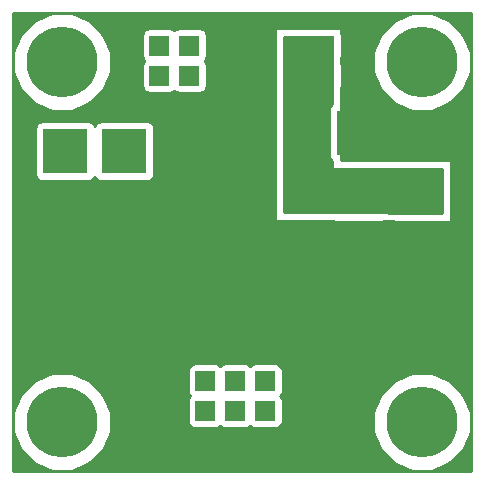
<source format=gbr>
G04 #@! TF.FileFunction,Copper,L1,Top,Signal*
%FSLAX46Y46*%
G04 Gerber Fmt 4.6, Leading zero omitted, Abs format (unit mm)*
G04 Created by KiCad (PCBNEW 0.201412101631+5319~19~ubuntu14.04.1-product) date St 10. prosinec 2014, 23:05:16 CET*
%MOMM*%
G01*
G04 APERTURE LIST*
%ADD10C,0.100000*%
%ADD11R,1.651000X1.651000*%
%ADD12C,6.000000*%
%ADD13R,3.810000X3.810000*%
%ADD14C,0.889000*%
%ADD15C,0.254000*%
%ADD16C,0.300000*%
G04 APERTURE END LIST*
D10*
D11*
X15875000Y34417000D03*
X15875000Y36957000D03*
X10795000Y34417000D03*
X13335000Y34417000D03*
X18415000Y34417000D03*
X18415000Y36957000D03*
X13335000Y36957000D03*
X10795000Y36957000D03*
X22288500Y6032500D03*
X22288500Y8572500D03*
X19748500Y6032500D03*
X19748500Y8572500D03*
X17208500Y6032500D03*
X17208500Y8572500D03*
X24765000Y36957000D03*
X24765000Y34417000D03*
X29845000Y36957000D03*
X27305000Y36957000D03*
X22225000Y36957000D03*
X22225000Y34417000D03*
X27305000Y34417000D03*
X29845000Y34417000D03*
D12*
X35560000Y5080000D03*
X5080000Y35560000D03*
X5080000Y5080000D03*
X35560000Y35560000D03*
D13*
X35226000Y29591000D03*
X30226000Y29591000D03*
X35226000Y24574500D03*
X30226000Y24574500D03*
X5350500Y28003500D03*
X10350500Y28003500D03*
X5350500Y22987000D03*
X10350500Y22987000D03*
D14*
X20650200Y13563600D03*
X19253200Y13665200D03*
X20701000Y15316200D03*
X19202400Y15265400D03*
X20701000Y16789400D03*
X19151600Y16789400D03*
X32512000Y10668000D03*
X28244800Y10490200D03*
X28041600Y3860800D03*
X25834999Y3922050D03*
X23693341Y2338341D03*
X21056600Y2032000D03*
X18415000Y2006600D03*
X14909800Y2032000D03*
X14859000Y4622800D03*
X12852400Y4521200D03*
X11150600Y2971800D03*
X9753600Y8610600D03*
X9398000Y17399000D03*
X11176000Y18288000D03*
X10922000Y20066000D03*
X13970000Y20828000D03*
X15748000Y20320000D03*
X16256000Y22606000D03*
X16510000Y24892000D03*
X13716000Y23368000D03*
X13716000Y25146000D03*
X18796000Y28448000D03*
X21844000Y28702000D03*
X18084800Y10388600D03*
X11049000Y8153400D03*
X14173200Y8077200D03*
X24219424Y9765668D03*
X25450800Y10210800D03*
X25476200Y11607800D03*
D15*
X19253200Y13665200D02*
X20548600Y13665200D01*
X20548600Y13665200D02*
X20650200Y13563600D01*
X19202400Y15265400D02*
X20650200Y15265400D01*
X20650200Y15265400D02*
X20701000Y15316200D01*
X19151600Y16789400D02*
X20701000Y16789400D01*
X28244800Y10490200D02*
X32334200Y10490200D01*
X32334200Y10490200D02*
X32512000Y10668000D01*
X25834999Y3922050D02*
X27980350Y3922050D01*
X27980350Y3922050D02*
X28041600Y3860800D01*
X23693341Y2338341D02*
X25277050Y3922050D01*
X25277050Y3922050D02*
X25834999Y3922050D01*
X18415000Y2006600D02*
X21031200Y2006600D01*
X21031200Y2006600D02*
X21056600Y2032000D01*
X14859000Y4622800D02*
X14859000Y2082800D01*
X14859000Y2082800D02*
X14909800Y2032000D01*
X11150600Y2971800D02*
X11303000Y2971800D01*
X11303000Y2971800D02*
X12852400Y4521200D01*
D16*
X9398000Y8966200D02*
X9753600Y8610600D01*
X9398000Y17399000D02*
X9398000Y8966200D01*
D15*
X11176000Y19812000D02*
X10922000Y20066000D01*
X11176000Y18288000D02*
X11176000Y19812000D01*
X15240000Y20828000D02*
X15748000Y20320000D01*
X13970000Y20828000D02*
X15240000Y20828000D01*
X16256000Y24638000D02*
X16510000Y24892000D01*
X16256000Y22606000D02*
X16256000Y24638000D01*
X13716000Y23368000D02*
X13716000Y25146000D01*
X21590000Y28448000D02*
X21844000Y28702000D01*
X18796000Y28448000D02*
X21590000Y28448000D01*
X14097000Y8153400D02*
X14173200Y8077200D01*
X11049000Y8153400D02*
X14097000Y8153400D01*
X25450800Y11582400D02*
X25476200Y11607800D01*
X25450800Y10210800D02*
X25450800Y11582400D01*
G36*
X37274500Y22797367D02*
X28067432Y22860000D01*
X23876000Y22860000D01*
X23876000Y37719000D01*
X27940000Y37719000D01*
X27940000Y32005236D01*
X27866073Y31956673D01*
X27723623Y31745640D01*
X27673560Y31496000D01*
X27673560Y27686000D01*
X27720537Y27443877D01*
X27860327Y27231073D01*
X27940000Y27177293D01*
X27940000Y26543000D01*
X37274500Y26543000D01*
X37274500Y22797367D01*
X37274500Y22797367D01*
G37*
X37274500Y22797367D02*
X28067432Y22860000D01*
X23876000Y22860000D01*
X23876000Y37719000D01*
X27940000Y37719000D01*
X27940000Y32005236D01*
X27866073Y31956673D01*
X27723623Y31745640D01*
X27673560Y31496000D01*
X27673560Y27686000D01*
X27720537Y27443877D01*
X27860327Y27231073D01*
X27940000Y27177293D01*
X27940000Y26543000D01*
X37274500Y26543000D01*
X37274500Y22797367D01*
G36*
X39699000Y941000D02*
X39687715Y941000D01*
X39687715Y5897310D01*
X39687715Y36377310D01*
X39060741Y37894704D01*
X37900810Y39056660D01*
X36384513Y39686282D01*
X34742690Y39687715D01*
X33225296Y39060741D01*
X32063340Y37900810D01*
X31433718Y36384513D01*
X31432285Y34742690D01*
X32059259Y33225296D01*
X33219190Y32063340D01*
X34735487Y31433718D01*
X36377310Y31432285D01*
X37894704Y32059259D01*
X39056660Y33219190D01*
X39686282Y34735487D01*
X39687715Y36377310D01*
X39687715Y5897310D01*
X39060741Y7414704D01*
X38036500Y8440733D01*
X38036500Y22030166D01*
X38036500Y27305000D01*
X28702000Y27305000D01*
X28702000Y33303525D01*
X28727877Y33341860D01*
X28777940Y33591500D01*
X28777940Y35242500D01*
X28730963Y35484623D01*
X28702000Y35528713D01*
X28702000Y35843525D01*
X28727877Y35881860D01*
X28777940Y36131500D01*
X28777940Y37782500D01*
X28730963Y38024623D01*
X28702000Y38068713D01*
X28702000Y38481000D01*
X23114000Y38481000D01*
X23114000Y22098000D01*
X28033024Y22098000D01*
X28071360Y22072123D01*
X28321000Y22022060D01*
X32131000Y22022060D01*
X32371405Y22068704D01*
X33113585Y22063656D01*
X33321000Y22022060D01*
X37131000Y22022060D01*
X37202036Y22035843D01*
X38036500Y22030166D01*
X38036500Y8440733D01*
X37900810Y8576660D01*
X36384513Y9206282D01*
X34742690Y9207715D01*
X33225296Y8580741D01*
X32063340Y7420810D01*
X31433718Y5904513D01*
X31432285Y4262690D01*
X32059259Y2745296D01*
X33219190Y1583340D01*
X34735487Y953718D01*
X36377310Y952285D01*
X37894704Y1579259D01*
X39056660Y2739190D01*
X39686282Y4255487D01*
X39687715Y5897310D01*
X39687715Y941000D01*
X23761440Y941000D01*
X23761440Y5207000D01*
X23761440Y6858000D01*
X23714463Y7100123D01*
X23580694Y7303761D01*
X23711377Y7497360D01*
X23761440Y7747000D01*
X23761440Y9398000D01*
X23714463Y9640123D01*
X23574673Y9852927D01*
X23363640Y9995377D01*
X23114000Y10045440D01*
X21463000Y10045440D01*
X21220877Y9998463D01*
X21017239Y9864695D01*
X20823640Y9995377D01*
X20574000Y10045440D01*
X18923000Y10045440D01*
X18680877Y9998463D01*
X18477239Y9864695D01*
X18283640Y9995377D01*
X18034000Y10045440D01*
X17347940Y10045440D01*
X17347940Y33591500D01*
X17347940Y35242500D01*
X17300963Y35484623D01*
X17167194Y35688261D01*
X17297877Y35881860D01*
X17347940Y36131500D01*
X17347940Y37782500D01*
X17300963Y38024623D01*
X17161173Y38237427D01*
X16950140Y38379877D01*
X16700500Y38429940D01*
X15049500Y38429940D01*
X14807377Y38382963D01*
X14603739Y38249195D01*
X14410140Y38379877D01*
X14160500Y38429940D01*
X12509500Y38429940D01*
X12267377Y38382963D01*
X12054573Y38243173D01*
X11912123Y38032140D01*
X11862060Y37782500D01*
X11862060Y36131500D01*
X11909037Y35889377D01*
X12042805Y35685740D01*
X11912123Y35492140D01*
X11862060Y35242500D01*
X11862060Y33591500D01*
X11909037Y33349377D01*
X12048827Y33136573D01*
X12259860Y32994123D01*
X12509500Y32944060D01*
X14160500Y32944060D01*
X14402623Y32991037D01*
X14606260Y33124806D01*
X14799860Y32994123D01*
X15049500Y32944060D01*
X16700500Y32944060D01*
X16942623Y32991037D01*
X17155427Y33130827D01*
X17297877Y33341860D01*
X17347940Y33591500D01*
X17347940Y10045440D01*
X16383000Y10045440D01*
X16140877Y9998463D01*
X15928073Y9858673D01*
X15785623Y9647640D01*
X15735560Y9398000D01*
X15735560Y7747000D01*
X15782537Y7504877D01*
X15916305Y7301240D01*
X15785623Y7107640D01*
X15735560Y6858000D01*
X15735560Y5207000D01*
X15782537Y4964877D01*
X15922327Y4752073D01*
X16133360Y4609623D01*
X16383000Y4559560D01*
X18034000Y4559560D01*
X18276123Y4606537D01*
X18479760Y4740306D01*
X18673360Y4609623D01*
X18923000Y4559560D01*
X20574000Y4559560D01*
X20816123Y4606537D01*
X21019760Y4740306D01*
X21213360Y4609623D01*
X21463000Y4559560D01*
X23114000Y4559560D01*
X23356123Y4606537D01*
X23568927Y4746327D01*
X23711377Y4957360D01*
X23761440Y5207000D01*
X23761440Y941000D01*
X12902940Y941000D01*
X12902940Y26098500D01*
X12902940Y29908500D01*
X12855963Y30150623D01*
X12716173Y30363427D01*
X12505140Y30505877D01*
X12255500Y30555940D01*
X9207715Y30555940D01*
X9207715Y36377310D01*
X8580741Y37894704D01*
X7420810Y39056660D01*
X5904513Y39686282D01*
X4262690Y39687715D01*
X2745296Y39060741D01*
X1583340Y37900810D01*
X953718Y36384513D01*
X952285Y34742690D01*
X1579259Y33225296D01*
X2739190Y32063340D01*
X4255487Y31433718D01*
X5897310Y31432285D01*
X7414704Y32059259D01*
X8576660Y33219190D01*
X9206282Y34735487D01*
X9207715Y36377310D01*
X9207715Y30555940D01*
X8445500Y30555940D01*
X8203377Y30508963D01*
X7990573Y30369173D01*
X7849593Y30160319D01*
X7716173Y30363427D01*
X7505140Y30505877D01*
X7255500Y30555940D01*
X3445500Y30555940D01*
X3203377Y30508963D01*
X2990573Y30369173D01*
X2848123Y30158140D01*
X2798060Y29908500D01*
X2798060Y26098500D01*
X2845037Y25856377D01*
X2984827Y25643573D01*
X3195860Y25501123D01*
X3445500Y25451060D01*
X7255500Y25451060D01*
X7497623Y25498037D01*
X7710427Y25637827D01*
X7851406Y25846682D01*
X7984827Y25643573D01*
X8195860Y25501123D01*
X8445500Y25451060D01*
X12255500Y25451060D01*
X12497623Y25498037D01*
X12710427Y25637827D01*
X12852877Y25848860D01*
X12902940Y26098500D01*
X12902940Y941000D01*
X9207715Y941000D01*
X9207715Y5897310D01*
X8580741Y7414704D01*
X7420810Y8576660D01*
X5904513Y9206282D01*
X4262690Y9207715D01*
X2745296Y8580741D01*
X1583340Y7420810D01*
X953718Y5904513D01*
X952285Y4262690D01*
X1579259Y2745296D01*
X2739190Y1583340D01*
X4255487Y953718D01*
X5897310Y952285D01*
X7414704Y1579259D01*
X8576660Y2739190D01*
X9206282Y4255487D01*
X9207715Y5897310D01*
X9207715Y941000D01*
X941000Y941000D01*
X941000Y39699000D01*
X39699000Y39699000D01*
X39699000Y941000D01*
X39699000Y941000D01*
G37*
X39699000Y941000D02*
X39687715Y941000D01*
X39687715Y5897310D01*
X39687715Y36377310D01*
X39060741Y37894704D01*
X37900810Y39056660D01*
X36384513Y39686282D01*
X34742690Y39687715D01*
X33225296Y39060741D01*
X32063340Y37900810D01*
X31433718Y36384513D01*
X31432285Y34742690D01*
X32059259Y33225296D01*
X33219190Y32063340D01*
X34735487Y31433718D01*
X36377310Y31432285D01*
X37894704Y32059259D01*
X39056660Y33219190D01*
X39686282Y34735487D01*
X39687715Y36377310D01*
X39687715Y5897310D01*
X39060741Y7414704D01*
X38036500Y8440733D01*
X38036500Y22030166D01*
X38036500Y27305000D01*
X28702000Y27305000D01*
X28702000Y33303525D01*
X28727877Y33341860D01*
X28777940Y33591500D01*
X28777940Y35242500D01*
X28730963Y35484623D01*
X28702000Y35528713D01*
X28702000Y35843525D01*
X28727877Y35881860D01*
X28777940Y36131500D01*
X28777940Y37782500D01*
X28730963Y38024623D01*
X28702000Y38068713D01*
X28702000Y38481000D01*
X23114000Y38481000D01*
X23114000Y22098000D01*
X28033024Y22098000D01*
X28071360Y22072123D01*
X28321000Y22022060D01*
X32131000Y22022060D01*
X32371405Y22068704D01*
X33113585Y22063656D01*
X33321000Y22022060D01*
X37131000Y22022060D01*
X37202036Y22035843D01*
X38036500Y22030166D01*
X38036500Y8440733D01*
X37900810Y8576660D01*
X36384513Y9206282D01*
X34742690Y9207715D01*
X33225296Y8580741D01*
X32063340Y7420810D01*
X31433718Y5904513D01*
X31432285Y4262690D01*
X32059259Y2745296D01*
X33219190Y1583340D01*
X34735487Y953718D01*
X36377310Y952285D01*
X37894704Y1579259D01*
X39056660Y2739190D01*
X39686282Y4255487D01*
X39687715Y5897310D01*
X39687715Y941000D01*
X23761440Y941000D01*
X23761440Y5207000D01*
X23761440Y6858000D01*
X23714463Y7100123D01*
X23580694Y7303761D01*
X23711377Y7497360D01*
X23761440Y7747000D01*
X23761440Y9398000D01*
X23714463Y9640123D01*
X23574673Y9852927D01*
X23363640Y9995377D01*
X23114000Y10045440D01*
X21463000Y10045440D01*
X21220877Y9998463D01*
X21017239Y9864695D01*
X20823640Y9995377D01*
X20574000Y10045440D01*
X18923000Y10045440D01*
X18680877Y9998463D01*
X18477239Y9864695D01*
X18283640Y9995377D01*
X18034000Y10045440D01*
X17347940Y10045440D01*
X17347940Y33591500D01*
X17347940Y35242500D01*
X17300963Y35484623D01*
X17167194Y35688261D01*
X17297877Y35881860D01*
X17347940Y36131500D01*
X17347940Y37782500D01*
X17300963Y38024623D01*
X17161173Y38237427D01*
X16950140Y38379877D01*
X16700500Y38429940D01*
X15049500Y38429940D01*
X14807377Y38382963D01*
X14603739Y38249195D01*
X14410140Y38379877D01*
X14160500Y38429940D01*
X12509500Y38429940D01*
X12267377Y38382963D01*
X12054573Y38243173D01*
X11912123Y38032140D01*
X11862060Y37782500D01*
X11862060Y36131500D01*
X11909037Y35889377D01*
X12042805Y35685740D01*
X11912123Y35492140D01*
X11862060Y35242500D01*
X11862060Y33591500D01*
X11909037Y33349377D01*
X12048827Y33136573D01*
X12259860Y32994123D01*
X12509500Y32944060D01*
X14160500Y32944060D01*
X14402623Y32991037D01*
X14606260Y33124806D01*
X14799860Y32994123D01*
X15049500Y32944060D01*
X16700500Y32944060D01*
X16942623Y32991037D01*
X17155427Y33130827D01*
X17297877Y33341860D01*
X17347940Y33591500D01*
X17347940Y10045440D01*
X16383000Y10045440D01*
X16140877Y9998463D01*
X15928073Y9858673D01*
X15785623Y9647640D01*
X15735560Y9398000D01*
X15735560Y7747000D01*
X15782537Y7504877D01*
X15916305Y7301240D01*
X15785623Y7107640D01*
X15735560Y6858000D01*
X15735560Y5207000D01*
X15782537Y4964877D01*
X15922327Y4752073D01*
X16133360Y4609623D01*
X16383000Y4559560D01*
X18034000Y4559560D01*
X18276123Y4606537D01*
X18479760Y4740306D01*
X18673360Y4609623D01*
X18923000Y4559560D01*
X20574000Y4559560D01*
X20816123Y4606537D01*
X21019760Y4740306D01*
X21213360Y4609623D01*
X21463000Y4559560D01*
X23114000Y4559560D01*
X23356123Y4606537D01*
X23568927Y4746327D01*
X23711377Y4957360D01*
X23761440Y5207000D01*
X23761440Y941000D01*
X12902940Y941000D01*
X12902940Y26098500D01*
X12902940Y29908500D01*
X12855963Y30150623D01*
X12716173Y30363427D01*
X12505140Y30505877D01*
X12255500Y30555940D01*
X9207715Y30555940D01*
X9207715Y36377310D01*
X8580741Y37894704D01*
X7420810Y39056660D01*
X5904513Y39686282D01*
X4262690Y39687715D01*
X2745296Y39060741D01*
X1583340Y37900810D01*
X953718Y36384513D01*
X952285Y34742690D01*
X1579259Y33225296D01*
X2739190Y32063340D01*
X4255487Y31433718D01*
X5897310Y31432285D01*
X7414704Y32059259D01*
X8576660Y33219190D01*
X9206282Y34735487D01*
X9207715Y36377310D01*
X9207715Y30555940D01*
X8445500Y30555940D01*
X8203377Y30508963D01*
X7990573Y30369173D01*
X7849593Y30160319D01*
X7716173Y30363427D01*
X7505140Y30505877D01*
X7255500Y30555940D01*
X3445500Y30555940D01*
X3203377Y30508963D01*
X2990573Y30369173D01*
X2848123Y30158140D01*
X2798060Y29908500D01*
X2798060Y26098500D01*
X2845037Y25856377D01*
X2984827Y25643573D01*
X3195860Y25501123D01*
X3445500Y25451060D01*
X7255500Y25451060D01*
X7497623Y25498037D01*
X7710427Y25637827D01*
X7851406Y25846682D01*
X7984827Y25643573D01*
X8195860Y25501123D01*
X8445500Y25451060D01*
X12255500Y25451060D01*
X12497623Y25498037D01*
X12710427Y25637827D01*
X12852877Y25848860D01*
X12902940Y26098500D01*
X12902940Y941000D01*
X9207715Y941000D01*
X9207715Y5897310D01*
X8580741Y7414704D01*
X7420810Y8576660D01*
X5904513Y9206282D01*
X4262690Y9207715D01*
X2745296Y8580741D01*
X1583340Y7420810D01*
X953718Y5904513D01*
X952285Y4262690D01*
X1579259Y2745296D01*
X2739190Y1583340D01*
X4255487Y953718D01*
X5897310Y952285D01*
X7414704Y1579259D01*
X8576660Y2739190D01*
X9206282Y4255487D01*
X9207715Y5897310D01*
X9207715Y941000D01*
X941000Y941000D01*
X941000Y39699000D01*
X39699000Y39699000D01*
X39699000Y941000D01*
M02*

</source>
